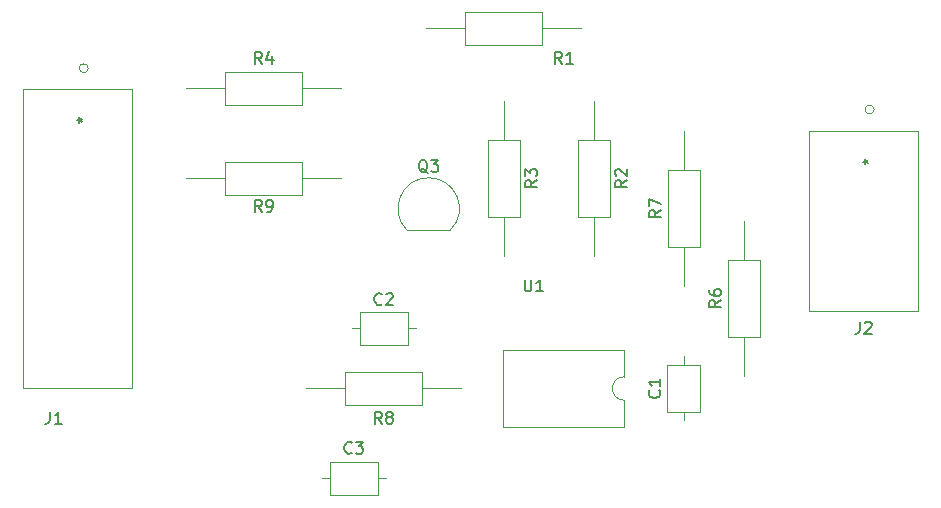
<source format=gbr>
%TF.GenerationSoftware,KiCad,Pcbnew,(6.0.0)*%
%TF.CreationDate,2022-01-11T18:07:16-05:00*%
%TF.ProjectId,PID_electronics,5049445f-656c-4656-9374-726f6e696373,rev?*%
%TF.SameCoordinates,Original*%
%TF.FileFunction,Legend,Top*%
%TF.FilePolarity,Positive*%
%FSLAX46Y46*%
G04 Gerber Fmt 4.6, Leading zero omitted, Abs format (unit mm)*
G04 Created by KiCad (PCBNEW (6.0.0)) date 2022-01-11 18:07:16*
%MOMM*%
%LPD*%
G01*
G04 APERTURE LIST*
%ADD10C,0.150000*%
%ADD11C,0.120000*%
G04 APERTURE END LIST*
D10*
%TO.C,C1*%
X135097142Y-99226666D02*
X135144761Y-99274285D01*
X135192380Y-99417142D01*
X135192380Y-99512380D01*
X135144761Y-99655238D01*
X135049523Y-99750476D01*
X134954285Y-99798095D01*
X134763809Y-99845714D01*
X134620952Y-99845714D01*
X134430476Y-99798095D01*
X134335238Y-99750476D01*
X134240000Y-99655238D01*
X134192380Y-99512380D01*
X134192380Y-99417142D01*
X134240000Y-99274285D01*
X134287619Y-99226666D01*
X135192380Y-98274285D02*
X135192380Y-98845714D01*
X135192380Y-98560000D02*
X134192380Y-98560000D01*
X134335238Y-98655238D01*
X134430476Y-98750476D01*
X134478095Y-98845714D01*
%TO.C,J2*%
X152066666Y-93432380D02*
X152066666Y-94146666D01*
X152019047Y-94289523D01*
X151923809Y-94384761D01*
X151780952Y-94432380D01*
X151685714Y-94432380D01*
X152495238Y-93527619D02*
X152542857Y-93480000D01*
X152638095Y-93432380D01*
X152876190Y-93432380D01*
X152971428Y-93480000D01*
X153019047Y-93527619D01*
X153066666Y-93622857D01*
X153066666Y-93718095D01*
X153019047Y-93860952D01*
X152447619Y-94432380D01*
X153066666Y-94432380D01*
X152352380Y-79853500D02*
X152590476Y-79853500D01*
X152495238Y-80091595D02*
X152590476Y-79853500D01*
X152495238Y-79615404D01*
X152780952Y-79996357D02*
X152590476Y-79853500D01*
X152780952Y-79710642D01*
%TO.C,Q3*%
X115474761Y-80807619D02*
X115379523Y-80760000D01*
X115284285Y-80664761D01*
X115141428Y-80521904D01*
X115046190Y-80474285D01*
X114950952Y-80474285D01*
X114998571Y-80712380D02*
X114903333Y-80664761D01*
X114808095Y-80569523D01*
X114760476Y-80379047D01*
X114760476Y-80045714D01*
X114808095Y-79855238D01*
X114903333Y-79760000D01*
X114998571Y-79712380D01*
X115189047Y-79712380D01*
X115284285Y-79760000D01*
X115379523Y-79855238D01*
X115427142Y-80045714D01*
X115427142Y-80379047D01*
X115379523Y-80569523D01*
X115284285Y-80664761D01*
X115189047Y-80712380D01*
X114998571Y-80712380D01*
X115760476Y-79712380D02*
X116379523Y-79712380D01*
X116046190Y-80093333D01*
X116189047Y-80093333D01*
X116284285Y-80140952D01*
X116331904Y-80188571D01*
X116379523Y-80283809D01*
X116379523Y-80521904D01*
X116331904Y-80617142D01*
X116284285Y-80664761D01*
X116189047Y-80712380D01*
X115903333Y-80712380D01*
X115808095Y-80664761D01*
X115760476Y-80617142D01*
%TO.C,J1*%
X83486666Y-101052380D02*
X83486666Y-101766666D01*
X83439047Y-101909523D01*
X83343809Y-102004761D01*
X83200952Y-102052380D01*
X83105714Y-102052380D01*
X84486666Y-102052380D02*
X83915238Y-102052380D01*
X84200952Y-102052380D02*
X84200952Y-101052380D01*
X84105714Y-101195238D01*
X84010476Y-101290476D01*
X83915238Y-101338095D01*
X85812380Y-76360000D02*
X86050476Y-76360000D01*
X85955238Y-76598095D02*
X86050476Y-76360000D01*
X85955238Y-76121904D01*
X86240952Y-76502857D02*
X86050476Y-76360000D01*
X86240952Y-76217142D01*
%TO.C,R7*%
X135242380Y-83986666D02*
X134766190Y-84320000D01*
X135242380Y-84558095D02*
X134242380Y-84558095D01*
X134242380Y-84177142D01*
X134290000Y-84081904D01*
X134337619Y-84034285D01*
X134432857Y-83986666D01*
X134575714Y-83986666D01*
X134670952Y-84034285D01*
X134718571Y-84081904D01*
X134766190Y-84177142D01*
X134766190Y-84558095D01*
X134242380Y-83653333D02*
X134242380Y-82986666D01*
X135242380Y-83415238D01*
%TO.C,C3*%
X109053333Y-104497142D02*
X109005714Y-104544761D01*
X108862857Y-104592380D01*
X108767619Y-104592380D01*
X108624761Y-104544761D01*
X108529523Y-104449523D01*
X108481904Y-104354285D01*
X108434285Y-104163809D01*
X108434285Y-104020952D01*
X108481904Y-103830476D01*
X108529523Y-103735238D01*
X108624761Y-103640000D01*
X108767619Y-103592380D01*
X108862857Y-103592380D01*
X109005714Y-103640000D01*
X109053333Y-103687619D01*
X109386666Y-103592380D02*
X110005714Y-103592380D01*
X109672380Y-103973333D01*
X109815238Y-103973333D01*
X109910476Y-104020952D01*
X109958095Y-104068571D01*
X110005714Y-104163809D01*
X110005714Y-104401904D01*
X109958095Y-104497142D01*
X109910476Y-104544761D01*
X109815238Y-104592380D01*
X109529523Y-104592380D01*
X109434285Y-104544761D01*
X109386666Y-104497142D01*
%TO.C,R4*%
X101433333Y-71572380D02*
X101100000Y-71096190D01*
X100861904Y-71572380D02*
X100861904Y-70572380D01*
X101242857Y-70572380D01*
X101338095Y-70620000D01*
X101385714Y-70667619D01*
X101433333Y-70762857D01*
X101433333Y-70905714D01*
X101385714Y-71000952D01*
X101338095Y-71048571D01*
X101242857Y-71096190D01*
X100861904Y-71096190D01*
X102290476Y-70905714D02*
X102290476Y-71572380D01*
X102052380Y-70524761D02*
X101814285Y-71239047D01*
X102433333Y-71239047D01*
%TO.C,R8*%
X111593333Y-102052380D02*
X111260000Y-101576190D01*
X111021904Y-102052380D02*
X111021904Y-101052380D01*
X111402857Y-101052380D01*
X111498095Y-101100000D01*
X111545714Y-101147619D01*
X111593333Y-101242857D01*
X111593333Y-101385714D01*
X111545714Y-101480952D01*
X111498095Y-101528571D01*
X111402857Y-101576190D01*
X111021904Y-101576190D01*
X112164761Y-101480952D02*
X112069523Y-101433333D01*
X112021904Y-101385714D01*
X111974285Y-101290476D01*
X111974285Y-101242857D01*
X112021904Y-101147619D01*
X112069523Y-101100000D01*
X112164761Y-101052380D01*
X112355238Y-101052380D01*
X112450476Y-101100000D01*
X112498095Y-101147619D01*
X112545714Y-101242857D01*
X112545714Y-101290476D01*
X112498095Y-101385714D01*
X112450476Y-101433333D01*
X112355238Y-101480952D01*
X112164761Y-101480952D01*
X112069523Y-101528571D01*
X112021904Y-101576190D01*
X111974285Y-101671428D01*
X111974285Y-101861904D01*
X112021904Y-101957142D01*
X112069523Y-102004761D01*
X112164761Y-102052380D01*
X112355238Y-102052380D01*
X112450476Y-102004761D01*
X112498095Y-101957142D01*
X112545714Y-101861904D01*
X112545714Y-101671428D01*
X112498095Y-101576190D01*
X112450476Y-101528571D01*
X112355238Y-101480952D01*
%TO.C,U1*%
X123698095Y-89852380D02*
X123698095Y-90661904D01*
X123745714Y-90757142D01*
X123793333Y-90804761D01*
X123888571Y-90852380D01*
X124079047Y-90852380D01*
X124174285Y-90804761D01*
X124221904Y-90757142D01*
X124269523Y-90661904D01*
X124269523Y-89852380D01*
X125269523Y-90852380D02*
X124698095Y-90852380D01*
X124983809Y-90852380D02*
X124983809Y-89852380D01*
X124888571Y-89995238D01*
X124793333Y-90090476D01*
X124698095Y-90138095D01*
%TO.C,C2*%
X111593333Y-91917142D02*
X111545714Y-91964761D01*
X111402857Y-92012380D01*
X111307619Y-92012380D01*
X111164761Y-91964761D01*
X111069523Y-91869523D01*
X111021904Y-91774285D01*
X110974285Y-91583809D01*
X110974285Y-91440952D01*
X111021904Y-91250476D01*
X111069523Y-91155238D01*
X111164761Y-91060000D01*
X111307619Y-91012380D01*
X111402857Y-91012380D01*
X111545714Y-91060000D01*
X111593333Y-91107619D01*
X111974285Y-91107619D02*
X112021904Y-91060000D01*
X112117142Y-91012380D01*
X112355238Y-91012380D01*
X112450476Y-91060000D01*
X112498095Y-91107619D01*
X112545714Y-91202857D01*
X112545714Y-91298095D01*
X112498095Y-91440952D01*
X111926666Y-92012380D01*
X112545714Y-92012380D01*
%TO.C,R9*%
X101433333Y-84102380D02*
X101100000Y-83626190D01*
X100861904Y-84102380D02*
X100861904Y-83102380D01*
X101242857Y-83102380D01*
X101338095Y-83150000D01*
X101385714Y-83197619D01*
X101433333Y-83292857D01*
X101433333Y-83435714D01*
X101385714Y-83530952D01*
X101338095Y-83578571D01*
X101242857Y-83626190D01*
X100861904Y-83626190D01*
X101909523Y-84102380D02*
X102100000Y-84102380D01*
X102195238Y-84054761D01*
X102242857Y-84007142D01*
X102338095Y-83864285D01*
X102385714Y-83673809D01*
X102385714Y-83292857D01*
X102338095Y-83197619D01*
X102290476Y-83150000D01*
X102195238Y-83102380D01*
X102004761Y-83102380D01*
X101909523Y-83150000D01*
X101861904Y-83197619D01*
X101814285Y-83292857D01*
X101814285Y-83530952D01*
X101861904Y-83626190D01*
X101909523Y-83673809D01*
X102004761Y-83721428D01*
X102195238Y-83721428D01*
X102290476Y-83673809D01*
X102338095Y-83626190D01*
X102385714Y-83530952D01*
%TO.C,R3*%
X124742380Y-81446666D02*
X124266190Y-81780000D01*
X124742380Y-82018095D02*
X123742380Y-82018095D01*
X123742380Y-81637142D01*
X123790000Y-81541904D01*
X123837619Y-81494285D01*
X123932857Y-81446666D01*
X124075714Y-81446666D01*
X124170952Y-81494285D01*
X124218571Y-81541904D01*
X124266190Y-81637142D01*
X124266190Y-82018095D01*
X123742380Y-81113333D02*
X123742380Y-80494285D01*
X124123333Y-80827619D01*
X124123333Y-80684761D01*
X124170952Y-80589523D01*
X124218571Y-80541904D01*
X124313809Y-80494285D01*
X124551904Y-80494285D01*
X124647142Y-80541904D01*
X124694761Y-80589523D01*
X124742380Y-80684761D01*
X124742380Y-80970476D01*
X124694761Y-81065714D01*
X124647142Y-81113333D01*
%TO.C,R2*%
X132362380Y-81446666D02*
X131886190Y-81780000D01*
X132362380Y-82018095D02*
X131362380Y-82018095D01*
X131362380Y-81637142D01*
X131410000Y-81541904D01*
X131457619Y-81494285D01*
X131552857Y-81446666D01*
X131695714Y-81446666D01*
X131790952Y-81494285D01*
X131838571Y-81541904D01*
X131886190Y-81637142D01*
X131886190Y-82018095D01*
X131457619Y-81065714D02*
X131410000Y-81018095D01*
X131362380Y-80922857D01*
X131362380Y-80684761D01*
X131410000Y-80589523D01*
X131457619Y-80541904D01*
X131552857Y-80494285D01*
X131648095Y-80494285D01*
X131790952Y-80541904D01*
X132362380Y-81113333D01*
X132362380Y-80494285D01*
%TO.C,R6*%
X140322380Y-91606666D02*
X139846190Y-91940000D01*
X140322380Y-92178095D02*
X139322380Y-92178095D01*
X139322380Y-91797142D01*
X139370000Y-91701904D01*
X139417619Y-91654285D01*
X139512857Y-91606666D01*
X139655714Y-91606666D01*
X139750952Y-91654285D01*
X139798571Y-91701904D01*
X139846190Y-91797142D01*
X139846190Y-92178095D01*
X139322380Y-90749523D02*
X139322380Y-90940000D01*
X139370000Y-91035238D01*
X139417619Y-91082857D01*
X139560476Y-91178095D01*
X139750952Y-91225714D01*
X140131904Y-91225714D01*
X140227142Y-91178095D01*
X140274761Y-91130476D01*
X140322380Y-91035238D01*
X140322380Y-90844761D01*
X140274761Y-90749523D01*
X140227142Y-90701904D01*
X140131904Y-90654285D01*
X139893809Y-90654285D01*
X139798571Y-90701904D01*
X139750952Y-90749523D01*
X139703333Y-90844761D01*
X139703333Y-91035238D01*
X139750952Y-91130476D01*
X139798571Y-91178095D01*
X139893809Y-91225714D01*
%TO.C,R1*%
X126833333Y-71572380D02*
X126500000Y-71096190D01*
X126261904Y-71572380D02*
X126261904Y-70572380D01*
X126642857Y-70572380D01*
X126738095Y-70620000D01*
X126785714Y-70667619D01*
X126833333Y-70762857D01*
X126833333Y-70905714D01*
X126785714Y-71000952D01*
X126738095Y-71048571D01*
X126642857Y-71096190D01*
X126261904Y-71096190D01*
X127785714Y-71572380D02*
X127214285Y-71572380D01*
X127500000Y-71572380D02*
X127500000Y-70572380D01*
X127404761Y-70715238D01*
X127309523Y-70810476D01*
X127214285Y-70858095D01*
D11*
%TO.C,C1*%
X137160000Y-96350000D02*
X137160000Y-97040000D01*
X135740000Y-97040000D02*
X135740000Y-101080000D01*
X137160000Y-101770000D02*
X137160000Y-101080000D01*
X138580000Y-97040000D02*
X135740000Y-97040000D01*
X135740000Y-101080000D02*
X138580000Y-101080000D01*
X138580000Y-101080000D02*
X138580000Y-97040000D01*
%TO.C,J2*%
X157027000Y-92480501D02*
X157027000Y-77226500D01*
X157027000Y-77226500D02*
X147773000Y-77226500D01*
X147773000Y-77226500D02*
X147773000Y-92480501D01*
X147773000Y-92480501D02*
X157027000Y-92480501D01*
X153281000Y-75448500D02*
G75*
G03*
X153281000Y-75448500I-381000J0D01*
G01*
%TO.C,Q3*%
X113770000Y-85670000D02*
X117370000Y-85670000D01*
X115570000Y-81219999D02*
G75*
G03*
X113731522Y-85658478I0J-2600001D01*
G01*
X117408478Y-85658478D02*
G75*
G03*
X115570000Y-81220000I-1838478J1838478D01*
G01*
%TO.C,J1*%
X90487000Y-98987001D02*
X90487000Y-73733000D01*
X90487000Y-73733000D02*
X81233000Y-73733000D01*
X81233000Y-98987001D02*
X90487000Y-98987001D01*
X81233000Y-73733000D02*
X81233000Y-98987001D01*
X86741000Y-71955001D02*
G75*
G03*
X86741000Y-71955001I-381000J0D01*
G01*
%TO.C,R7*%
X138530000Y-87090000D02*
X138530000Y-80550000D01*
X135790000Y-80550000D02*
X135790000Y-87090000D01*
X138530000Y-80550000D02*
X135790000Y-80550000D01*
X135790000Y-87090000D02*
X138530000Y-87090000D01*
X137160000Y-90400000D02*
X137160000Y-87090000D01*
X137160000Y-77240000D02*
X137160000Y-80550000D01*
%TO.C,C3*%
X111240000Y-105260000D02*
X107200000Y-105260000D01*
X111240000Y-108100000D02*
X111240000Y-105260000D01*
X107200000Y-108100000D02*
X111240000Y-108100000D01*
X111930000Y-106680000D02*
X111240000Y-106680000D01*
X107200000Y-105260000D02*
X107200000Y-108100000D01*
X106510000Y-106680000D02*
X107200000Y-106680000D01*
%TO.C,R4*%
X98330000Y-75030000D02*
X104870000Y-75030000D01*
X95020000Y-73660000D02*
X98330000Y-73660000D01*
X104870000Y-72290000D02*
X98330000Y-72290000D01*
X98330000Y-72290000D02*
X98330000Y-75030000D01*
X104870000Y-75030000D02*
X104870000Y-72290000D01*
X108180000Y-73660000D02*
X104870000Y-73660000D01*
%TO.C,R8*%
X115030000Y-100430000D02*
X115030000Y-97690000D01*
X115030000Y-97690000D02*
X108490000Y-97690000D01*
X118340000Y-99060000D02*
X115030000Y-99060000D01*
X108490000Y-97690000D02*
X108490000Y-100430000D01*
X108490000Y-100430000D02*
X115030000Y-100430000D01*
X105180000Y-99060000D02*
X108490000Y-99060000D01*
%TO.C,U1*%
X121850000Y-95830000D02*
X121850000Y-102300000D01*
X132130000Y-98065000D02*
X132130000Y-95830000D01*
X132130000Y-95830000D02*
X121850000Y-95830000D01*
X132130000Y-102300000D02*
X132130000Y-100065000D01*
X121850000Y-102300000D02*
X132130000Y-102300000D01*
X132130000Y-98065000D02*
G75*
G03*
X132130000Y-100065000I0J-1000000D01*
G01*
%TO.C,C2*%
X113780000Y-92560000D02*
X109740000Y-92560000D01*
X114470000Y-93980000D02*
X113780000Y-93980000D01*
X109740000Y-92560000D02*
X109740000Y-95400000D01*
X113780000Y-95400000D02*
X113780000Y-92560000D01*
X109050000Y-93980000D02*
X109740000Y-93980000D01*
X109740000Y-95400000D02*
X113780000Y-95400000D01*
%TO.C,R9*%
X98330000Y-82650000D02*
X104870000Y-82650000D01*
X104870000Y-79910000D02*
X98330000Y-79910000D01*
X98330000Y-79910000D02*
X98330000Y-82650000D01*
X108180000Y-81280000D02*
X104870000Y-81280000D01*
X95020000Y-81280000D02*
X98330000Y-81280000D01*
X104870000Y-82650000D02*
X104870000Y-79910000D01*
%TO.C,R3*%
X121920000Y-87860000D02*
X121920000Y-84550000D01*
X120550000Y-84550000D02*
X123290000Y-84550000D01*
X120550000Y-78010000D02*
X120550000Y-84550000D01*
X121920000Y-74700000D02*
X121920000Y-78010000D01*
X123290000Y-78010000D02*
X120550000Y-78010000D01*
X123290000Y-84550000D02*
X123290000Y-78010000D01*
%TO.C,R2*%
X130910000Y-78010000D02*
X128170000Y-78010000D01*
X130910000Y-84550000D02*
X130910000Y-78010000D01*
X129540000Y-87860000D02*
X129540000Y-84550000D01*
X129540000Y-74700000D02*
X129540000Y-78010000D01*
X128170000Y-84550000D02*
X130910000Y-84550000D01*
X128170000Y-78010000D02*
X128170000Y-84550000D01*
%TO.C,R6*%
X140870000Y-94710000D02*
X143610000Y-94710000D01*
X140870000Y-88170000D02*
X140870000Y-94710000D01*
X142240000Y-98020000D02*
X142240000Y-94710000D01*
X143610000Y-88170000D02*
X140870000Y-88170000D01*
X142240000Y-84860000D02*
X142240000Y-88170000D01*
X143610000Y-94710000D02*
X143610000Y-88170000D01*
%TO.C,R1*%
X118650000Y-69950000D02*
X125190000Y-69950000D01*
X128500000Y-68580000D02*
X125190000Y-68580000D01*
X125190000Y-67210000D02*
X118650000Y-67210000D01*
X115340000Y-68580000D02*
X118650000Y-68580000D01*
X125190000Y-69950000D02*
X125190000Y-67210000D01*
X118650000Y-67210000D02*
X118650000Y-69950000D01*
%TD*%
M02*

</source>
